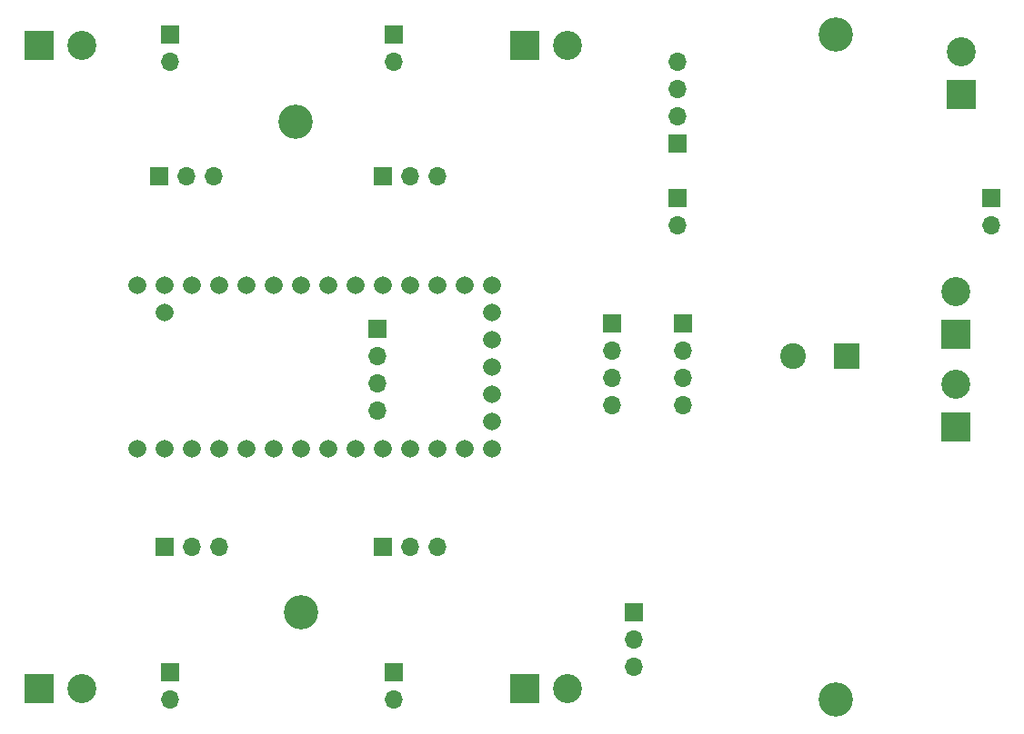
<source format=gts>
%TF.GenerationSoftware,KiCad,Pcbnew,5.1.10-88a1d61d58~88~ubuntu18.04.1*%
%TF.CreationDate,2022-01-24T00:07:05+01:00*%
%TF.ProjectId,catbot_electronics_board,7061766c-6f76-45f6-9d69-6e695f656c65,rev?*%
%TF.SameCoordinates,Original*%
%TF.FileFunction,Soldermask,Top*%
%TF.FilePolarity,Negative*%
%FSLAX46Y46*%
G04 Gerber Fmt 4.6, Leading zero omitted, Abs format (unit mm)*
G04 Created by KiCad (PCBNEW 5.1.10-88a1d61d58~88~ubuntu18.04.1) date 2022-01-24 00:07:05*
%MOMM*%
%LPD*%
G01*
G04 APERTURE LIST*
%ADD10C,3.200000*%
%ADD11R,2.700000X2.700000*%
%ADD12C,2.700000*%
%ADD13R,1.700000X1.700000*%
%ADD14O,1.700000X1.700000*%
%ADD15C,1.665000*%
%ADD16C,2.400000*%
%ADD17R,2.400000X2.400000*%
G04 APERTURE END LIST*
D10*
%TO.C,REF\u002A\u002A*%
X91440000Y-101600000D03*
%TD*%
%TO.C,REF\u002A\u002A*%
X91948000Y-147320000D03*
%TD*%
%TO.C,REF\u002A\u002A*%
X141732000Y-155448000D03*
%TD*%
%TO.C,REF\u002A\u002A*%
X141732000Y-93472000D03*
%TD*%
D11*
%TO.C,J14*%
X152908000Y-121412000D03*
D12*
X152908000Y-117452000D03*
%TD*%
D11*
%TO.C,J8*%
X67564000Y-154432000D03*
D12*
X71524000Y-154432000D03*
%TD*%
D13*
%TO.C,J21*%
X127508000Y-120396000D03*
D14*
X127508000Y-122936000D03*
X127508000Y-125476000D03*
X127508000Y-128016000D03*
%TD*%
D13*
%TO.C,J20*%
X79756000Y-152908000D03*
D14*
X79756000Y-155448000D03*
%TD*%
D13*
%TO.C,J19*%
X100584000Y-152908000D03*
D14*
X100584000Y-155448000D03*
%TD*%
D13*
%TO.C,J18*%
X79756000Y-93472000D03*
D14*
X79756000Y-96012000D03*
%TD*%
D13*
%TO.C,J17*%
X100584000Y-93472000D03*
D14*
X100584000Y-96012000D03*
%TD*%
D11*
%TO.C,J16*%
X153416000Y-99060000D03*
D12*
X153416000Y-95100000D03*
%TD*%
D11*
%TO.C,J15*%
X67564000Y-94488000D03*
D12*
X71524000Y-94488000D03*
%TD*%
D13*
%TO.C,J11*%
X120904000Y-120396000D03*
D14*
X120904000Y-122936000D03*
X120904000Y-125476000D03*
X120904000Y-128016000D03*
%TD*%
D11*
%TO.C,J9*%
X152908000Y-130048000D03*
D12*
X152908000Y-126088000D03*
%TD*%
D13*
%TO.C,J7*%
X99568000Y-141224000D03*
D14*
X102108000Y-141224000D03*
X104648000Y-141224000D03*
%TD*%
D13*
%TO.C,J6*%
X99568000Y-106680000D03*
D14*
X102108000Y-106680000D03*
X104648000Y-106680000D03*
%TD*%
D13*
%TO.C,J5*%
X78740000Y-106680000D03*
D14*
X81280000Y-106680000D03*
X83820000Y-106680000D03*
%TD*%
D13*
%TO.C,J4*%
X79248000Y-141224000D03*
D14*
X81788000Y-141224000D03*
X84328000Y-141224000D03*
%TD*%
D11*
%TO.C,J3*%
X112776000Y-94488000D03*
D12*
X116736000Y-94488000D03*
%TD*%
D11*
%TO.C,J2*%
X112776000Y-154432000D03*
D12*
X116736000Y-154432000D03*
%TD*%
D13*
%TO.C,J1*%
X99060000Y-120904000D03*
D14*
X99060000Y-123444000D03*
X99060000Y-125984000D03*
X99060000Y-128524000D03*
%TD*%
D13*
%TO.C,J12*%
X127000000Y-103632000D03*
D14*
X127000000Y-101092000D03*
X127000000Y-98552000D03*
X127000000Y-96012000D03*
%TD*%
D13*
%TO.C,J13*%
X156210000Y-108712000D03*
D14*
X156210000Y-111252000D03*
X127000000Y-111252000D03*
D13*
X127000000Y-108712000D03*
%TD*%
D14*
%TO.C,J10*%
X122936000Y-152400000D03*
X122936000Y-149860000D03*
D13*
X122936000Y-147320000D03*
%TD*%
D15*
%TO.C,Teensy*%
X79248000Y-119380000D03*
X76708000Y-116840000D03*
X79248000Y-116840000D03*
X81788000Y-116840000D03*
X84328000Y-116840000D03*
X86868000Y-116840000D03*
X89408000Y-116840000D03*
X91948000Y-116840000D03*
X94488000Y-116840000D03*
X97028000Y-116840000D03*
X99568000Y-116840000D03*
X102108000Y-116840000D03*
X104648000Y-116840000D03*
X107188000Y-116840000D03*
X109728000Y-116840000D03*
X109728000Y-119380000D03*
X109728000Y-121920000D03*
X109728000Y-124460000D03*
X109728000Y-127000000D03*
X109728000Y-129540000D03*
X109728000Y-132080000D03*
X107188000Y-132080000D03*
X104648000Y-132080000D03*
X102108000Y-132080000D03*
X99568000Y-132080000D03*
X97028000Y-132080000D03*
X94488000Y-132080000D03*
X91948000Y-132080000D03*
X89408000Y-132080000D03*
X86868000Y-132080000D03*
X84328000Y-132080000D03*
X81788000Y-132080000D03*
X79248000Y-132080000D03*
X76708000Y-132080000D03*
%TD*%
D16*
%TO.C,C1*%
X137748000Y-123444000D03*
D17*
X142748000Y-123444000D03*
%TD*%
M02*

</source>
